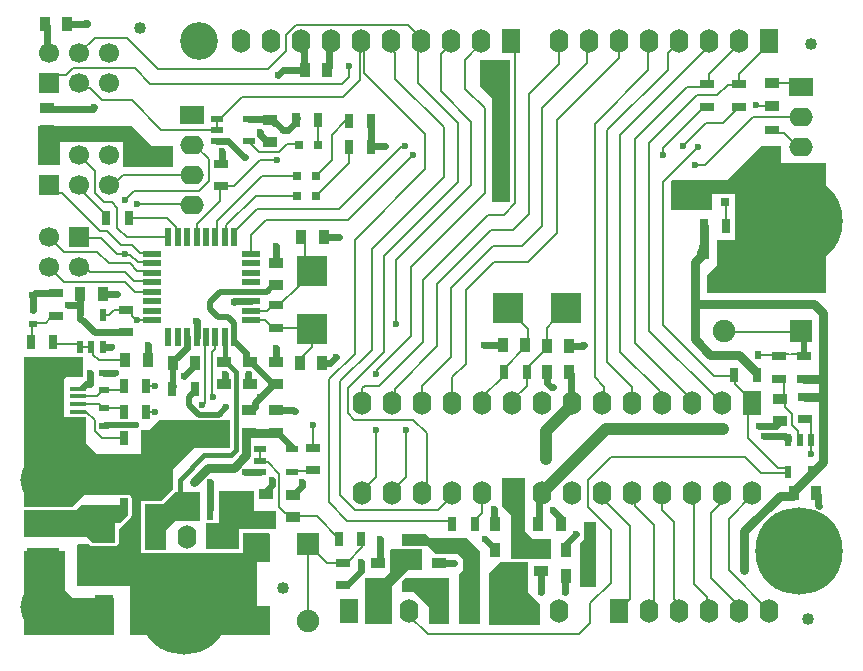
<source format=gtl>
G04*
G04 #@! TF.GenerationSoftware,Altium Limited,Altium Designer,20.1.10 (176)*
G04*
G04 Layer_Physical_Order=1*
G04 Layer_Color=255*
%FSLAX44Y44*%
%MOMM*%
G71*
G04*
G04 #@! TF.SameCoordinates,B75F8173-0FE2-46D9-B41C-7FCB152435E8*
G04*
G04*
G04 #@! TF.FilePolarity,Positive*
G04*
G01*
G75*
%ADD10C,0.2000*%
%ADD12C,0.5000*%
%ADD15R,0.6858X0.5588*%
%ADD16R,0.5588X0.6858*%
%ADD17R,1.3000X0.7000*%
%ADD18R,0.7000X1.3000*%
%ADD19R,1.3000X0.9000*%
%ADD20R,0.9000X1.3000*%
%ADD21R,0.6000X2.2000*%
%ADD22R,3.5000X2.2000*%
%ADD23R,2.5000X2.6000*%
%ADD24R,2.6000X2.5000*%
%ADD25R,1.0000X0.5500*%
%ADD26R,0.5500X1.0000*%
%ADD27R,1.6000X3.0000*%
%ADD28R,2.7000X2.0000*%
%ADD29R,0.8000X0.8000*%
%ADD30R,1.3500X0.4000*%
%ADD31R,1.9000X1.9000*%
%ADD32R,1.4000X1.6000*%
%ADD33R,1.5000X0.5500*%
%ADD34R,0.5500X1.5000*%
%ADD35R,0.9000X0.6000*%
%ADD63C,1.9000*%
%ADD64R,1.9000X1.9000*%
%ADD71C,1.0160*%
%ADD72C,0.6000*%
%ADD73C,0.8000*%
%ADD74C,1.0000*%
%ADD75C,0.4000*%
%ADD76C,3.2000*%
%ADD77C,4.0000*%
%ADD78O,1.6000X2.0000*%
%ADD79R,1.6000X2.0000*%
%ADD80C,7.4000*%
%ADD81C,1.7000*%
%ADD82R,1.7000X1.7000*%
%ADD83O,2.0000X1.6000*%
%ADD84R,2.0000X1.6000*%
G04:AMPARAMS|DCode=85|XSize=2mm|YSize=1.2mm|CornerRadius=0.36mm|HoleSize=0mm|Usage=FLASHONLY|Rotation=0.000|XOffset=0mm|YOffset=0mm|HoleType=Round|Shape=RoundedRectangle|*
%AMROUNDEDRECTD85*
21,1,2.0000,0.4800,0,0,0.0*
21,1,1.2800,1.2000,0,0,0.0*
1,1,0.7200,0.6400,-0.2400*
1,1,0.7200,-0.6400,-0.2400*
1,1,0.7200,-0.6400,0.2400*
1,1,0.7200,0.6400,0.2400*
%
%ADD85ROUNDEDRECTD85*%
%ADD86C,0.6000*%
G36*
X112000Y419000D02*
X130000D01*
Y402000D01*
X88000D01*
Y423000D01*
X76802D01*
X76200Y423079D01*
X75598Y423000D01*
X51402D01*
X50800Y423079D01*
X50198Y423000D01*
X34000D01*
Y403000D01*
X16000D01*
X16000Y436000D01*
X95000D01*
X112000Y419000D01*
D02*
G37*
G36*
X645000Y405000D02*
X683000D01*
Y295000D01*
X582000D01*
Y310000D01*
X591000Y319000D01*
Y340000D01*
X606000D01*
Y379000D01*
X586000D01*
Y365000D01*
X552000D01*
X552000Y389982D01*
X553018Y391000D01*
X600000Y391000D01*
X628000Y419000D01*
X645000D01*
Y405000D01*
D02*
G37*
G36*
X415000Y372000D02*
X400000D01*
Y460000D01*
X390000Y470000D01*
Y492000D01*
X415000D01*
Y372000D01*
D02*
G37*
G36*
X92000Y107000D02*
X85000Y100000D01*
X81000D01*
Y83500D01*
X61500D01*
X57000Y88000D01*
X4000D01*
Y111000D01*
X48000D01*
X52000Y115000D01*
X85000D01*
Y121000D01*
X92000D01*
Y107000D01*
D02*
G37*
G36*
X54000Y228091D02*
X53882Y227500D01*
Y224000D01*
X40000D01*
X38000Y222000D01*
Y191000D01*
X39000Y190000D01*
X39495D01*
Y189500D01*
X55677D01*
X56000Y189177D01*
Y168000D01*
X65000Y159000D01*
X103000D01*
Y179000D01*
X110000D01*
X118000Y187000D01*
X149270Y187000D01*
X149540Y186819D01*
X151686Y186392D01*
X169000D01*
X171146Y186819D01*
X171417Y187000D01*
X178500D01*
X178500Y164209D01*
X178290Y164000D01*
X148000Y164000D01*
X130000Y146000D01*
Y129000D01*
X120059Y119059D01*
X106750D01*
X106454Y119000D01*
X103000D01*
Y75000D01*
X105092D01*
X105580Y74674D01*
X106750Y74441D01*
X124500D01*
X125670Y74674D01*
X126158Y75000D01*
X140879D01*
X141600Y74905D01*
X142321Y75000D01*
X156716D01*
X156830Y74924D01*
X158000Y74691D01*
X186250D01*
X187421Y74924D01*
X187534Y75000D01*
X189000D01*
Y76466D01*
X189076Y76579D01*
X189309Y77750D01*
Y92000D01*
X211102D01*
X212000Y91102D01*
X212000Y67898D01*
X211102Y67000D01*
X201000Y67000D01*
Y30000D01*
X212000D01*
Y5000D01*
X94000D01*
Y47000D01*
X49000D01*
Y81000D01*
X49414Y82000D01*
X58674D01*
X59337Y81337D01*
X60329Y80674D01*
X61500Y80441D01*
X61500Y80441D01*
X81000D01*
X82170Y80674D01*
X83163Y81337D01*
X83826Y82330D01*
X84059Y83500D01*
Y95059D01*
X86181Y97181D01*
X87163Y97837D01*
X94163Y104837D01*
X94826Y105829D01*
X95059Y107000D01*
X95059Y107000D01*
Y121000D01*
X94826Y122170D01*
X94163Y123163D01*
X94000Y123272D01*
Y124000D01*
X92296D01*
X92000Y124059D01*
X88295D01*
X88000Y124117D01*
X87705Y124059D01*
X85000D01*
X84705Y124000D01*
X55000D01*
X45059Y114059D01*
X4000D01*
X4000Y241000D01*
X54000D01*
Y228091D01*
D02*
G37*
G36*
X198750Y110750D02*
X199000Y110500D01*
X217000D01*
Y95500D01*
X186250D01*
Y77750D01*
X158000D01*
X158000Y100000D01*
X169000D01*
X169000Y127000D01*
X169104Y127250D01*
X198750D01*
Y110750D01*
D02*
G37*
G36*
X152750Y101750D02*
X132000D01*
X124500Y94250D01*
Y77500D01*
X106750D01*
Y116000D01*
X121750D01*
X132000Y126250D01*
X152750D01*
Y101750D01*
D02*
G37*
G36*
X428000Y93000D02*
X434000Y87000D01*
X450000D01*
Y70000D01*
X416000D01*
Y107000D01*
X409000Y114000D01*
Y138000D01*
X428000D01*
Y93000D01*
D02*
G37*
G36*
X488000Y46000D02*
X475000D01*
Y83000D01*
X478000Y86000D01*
X478000D01*
Y101000D01*
X488000D01*
Y46000D01*
D02*
G37*
G36*
X364000Y15000D02*
X363750Y14750D01*
X346750D01*
Y29250D01*
X334250Y41750D01*
X324000D01*
Y51174D01*
X326326Y53500D01*
X364000D01*
Y15000D01*
D02*
G37*
G36*
X347250Y87250D02*
X378750D01*
X389750Y76250D01*
Y14500D01*
X372250D01*
Y57250D01*
X375750Y60750D01*
Y69500D01*
X371250Y74000D01*
X352750D01*
X345750Y81000D01*
X324250D01*
X323750Y81500D01*
Y90750D01*
X343750D01*
X347250Y87250D01*
D02*
G37*
G36*
X341000Y60750D02*
X329250Y60750D01*
X315250Y46750D01*
X315250Y14250D01*
X293000Y14250D01*
Y53500D01*
X309000Y53500D01*
X313500Y58000D01*
X313500Y76480D01*
X314667Y77750D01*
X341000D01*
Y60750D01*
D02*
G37*
G36*
X414829Y67174D02*
X416000Y66941D01*
X431000D01*
X431000Y42000D01*
X441000Y32000D01*
Y14000D01*
X398000D01*
Y58000D01*
X407500Y67500D01*
X414342D01*
X414829Y67174D01*
D02*
G37*
G36*
X38750Y43250D02*
X45000Y37000D01*
X79750D01*
Y6459D01*
X79000Y5500D01*
X4000D01*
Y76500D01*
X38750D01*
Y43250D01*
D02*
G37*
D10*
X99898Y272000D02*
X108000D01*
X165757Y247757D02*
Y253757D01*
X106000Y319000D02*
Y321250D01*
X106000Y321250D02*
X106000Y321250D01*
X165757Y253757D02*
X166000Y254000D01*
X94053Y327447D02*
X100250Y321250D01*
X157000Y202000D02*
Y257000D01*
X163000Y245000D02*
X165757Y247757D01*
X163000Y207250D02*
X163750Y206500D01*
X163000Y207250D02*
Y245000D01*
X89553Y327447D02*
X94053D01*
X100250Y321250D02*
X106000D01*
X157000Y257000D02*
X158000Y258000D01*
X89000Y328000D02*
X89553Y327447D01*
X155000Y200000D02*
X157000Y202000D01*
X251000Y394000D02*
X264500Y407500D01*
Y429000D02*
X275654Y440154D01*
X264500Y407500D02*
Y429000D01*
X278750Y404750D02*
Y415250D01*
X251000Y377000D02*
X278750Y404750D01*
X201250Y366000D02*
X271000D01*
X326176Y419176D02*
X326750Y419750D01*
X324176Y419176D02*
X326176D01*
X271000Y366000D02*
X324176Y419176D01*
X26250Y273500D02*
X26500D01*
X10587Y255586D02*
Y267894D01*
X11250Y268558D01*
X26500Y273500D02*
X27000Y274000D01*
X10000Y255000D02*
X10587Y255586D01*
X22394Y269645D02*
X26250Y273500D01*
X10375Y268558D02*
X11461Y269645D01*
X22394D01*
X410500Y361250D02*
X420000Y370750D01*
X416560Y508000D02*
X420000Y504560D01*
Y370750D02*
Y504560D01*
X117250Y484500D02*
X210750D01*
X226000Y499750D02*
Y513503D01*
X210750Y484500D02*
X226000Y499750D01*
Y513503D02*
X233997Y521500D01*
X428500Y251000D02*
X430500Y253000D01*
X413500Y281500D02*
X430500Y264500D01*
Y253000D02*
Y264500D01*
X428500Y249000D02*
Y251000D01*
X413500Y281500D02*
Y282000D01*
X508750Y428750D02*
X584200Y504200D01*
X508750Y245250D02*
X541963Y212037D01*
X508750Y245250D02*
Y428750D01*
X521000Y252780D02*
X569000Y204780D01*
X521000Y252780D02*
Y425000D01*
X565500Y469500D01*
X278000Y193000D02*
Y214750D01*
X308500Y245250D01*
Y326500D01*
X278000Y193000D02*
X283500Y187500D01*
X396500Y361250D02*
X410500D01*
X399500Y348000D02*
X418250D01*
X431750Y361500D01*
Y463500D01*
X401500Y334750D02*
X425250D01*
X442500Y352000D01*
Y451500D01*
X455500Y345500D02*
Y441750D01*
X401500Y321000D02*
X431000D01*
X455500Y345500D01*
X354000Y249750D02*
Y302500D01*
X315850Y201930D02*
X317854Y203934D01*
Y213604D01*
X354000Y249750D01*
Y302500D02*
X399500Y348000D01*
X341250Y216250D02*
X365750Y240750D01*
Y299500D02*
X401250Y335000D01*
X365750Y240750D02*
Y299500D01*
X377750Y297250D02*
X401500Y321000D01*
X366650Y223400D02*
X377750Y234500D01*
Y297250D01*
X341500Y306250D02*
X396500Y361250D01*
X341500Y253750D02*
Y306250D01*
X431750Y463500D02*
X457000Y488750D01*
X401250Y335000D02*
X401500Y334750D01*
X366650Y201930D02*
Y223400D01*
X341250Y201930D02*
Y216250D01*
X442500Y451500D02*
X481000Y490000D01*
X49245Y207500D02*
X65500D01*
X48750D02*
X49245D01*
X29750Y252000D02*
X50250D01*
X28500Y253250D02*
X29750Y252000D01*
X51500Y249000D02*
Y250750D01*
X50250Y252000D02*
X51500Y250750D01*
X89250Y313000D02*
X97000Y305250D01*
X50800Y316600D02*
X53479Y313921D01*
X58636D02*
X59557Y313000D01*
X53479Y313921D02*
X58636D01*
X59557Y313000D02*
X89250D01*
X97000Y305250D02*
X106000D01*
X35967Y379283D02*
X68250Y347000D01*
X74250D02*
X85750Y335500D01*
X68250Y347000D02*
X74250D01*
X85750Y335500D02*
X95250D01*
X25400Y386080D02*
X32197Y379283D01*
X35967D01*
X175250Y343250D02*
Y352250D01*
X200000Y377000D02*
X234000D01*
X175250Y352250D02*
X200000Y377000D01*
X182000Y342000D02*
Y346750D01*
X201250Y366000D01*
X174000Y342000D02*
X175250Y343250D01*
X308500Y326500D02*
X371250Y389250D01*
X495000Y205000D02*
Y215500D01*
X487000Y223500D02*
X495000Y215500D01*
X319000Y322787D02*
X382750Y386537D01*
X356921Y465900D02*
X382750Y440071D01*
Y386537D02*
Y440071D01*
X337250Y473000D02*
X371250Y439000D01*
Y389250D02*
Y439000D01*
X394000Y379750D02*
Y451250D01*
X331500Y317250D02*
X394000Y379750D01*
X377250Y468000D02*
X394000Y451250D01*
X292207Y216500D02*
X304250D01*
X341500Y253750D01*
X302824Y229574D02*
X331500Y258250D01*
Y317250D01*
X359500Y393000D02*
Y435250D01*
X318250Y476500D02*
Y497743D01*
Y476500D02*
X359500Y435250D01*
X298500Y332000D02*
X359500Y393000D01*
X455500Y441750D02*
X508000Y494250D01*
Y506000D01*
X481000Y490000D02*
Y510000D01*
X377250Y468000D02*
Y492250D01*
X391160Y506160D02*
Y508000D01*
X377250Y492250D02*
X391160Y506160D01*
X457000Y488750D02*
Y507000D01*
X314960Y508000D02*
X317447Y505513D01*
Y498545D02*
Y505513D01*
Y498545D02*
X318250Y497743D01*
X298500Y247000D02*
Y332000D01*
X271750Y220250D02*
X298500Y247000D01*
X262250Y117750D02*
X277750Y102250D01*
X262250Y221750D02*
X284000Y243500D01*
X262250Y117750D02*
Y221750D01*
X284000Y340000D02*
X343750Y399750D01*
X292000Y481000D02*
X343750Y429250D01*
Y399750D02*
Y429250D01*
X284000Y243500D02*
Y340000D01*
X364500Y102250D02*
X366500Y100250D01*
Y99000D02*
Y100250D01*
X277750Y102250D02*
X364500D01*
X271750Y123750D02*
X284500Y111000D01*
X354750D02*
X366650Y122900D01*
X284500Y111000D02*
X354750D01*
X271750Y123750D02*
Y220250D01*
X319000Y269250D02*
Y322787D01*
Y269250D02*
X319250Y269000D01*
X302824Y226824D02*
Y229574D01*
X302250Y226250D02*
X302824Y226824D01*
X337250Y473000D02*
Y497743D01*
X356921Y465900D02*
Y497161D01*
X337873Y506873D02*
X339000Y508000D01*
X337873Y498365D02*
Y506873D01*
X337250Y497743D02*
X337873Y498365D01*
X292000Y481000D02*
Y507000D01*
X290000Y509000D02*
X292000Y507000D01*
X493650Y201930D02*
Y204000D01*
X494000D02*
X495000Y205000D01*
X487000Y223500D02*
Y438000D01*
X519050Y201930D02*
Y214950D01*
X497750Y236250D02*
Y432750D01*
Y236250D02*
X519050Y214950D01*
X541963Y204417D02*
X544450Y201930D01*
X541963Y204417D02*
Y212037D01*
X533000Y263000D02*
Y422000D01*
X592000Y203000D02*
Y204000D01*
X533000Y263000D02*
X592000Y204000D01*
X568621Y203159D02*
Y204000D01*
X569000D02*
Y204780D01*
X532643Y483643D02*
Y507357D01*
X487000Y438000D02*
X532643Y483643D01*
X549000Y484000D02*
Y498200D01*
X497750Y432750D02*
X549000Y484000D01*
X584200Y504200D02*
Y508000D01*
X565500Y469500D02*
X582000D01*
X544750Y412000D02*
Y417750D01*
X577000Y450000D01*
X579000Y452500D02*
X582000D01*
X577000Y450500D02*
X579000Y452500D01*
X577000Y450000D02*
Y450500D01*
X549000Y498200D02*
X558800Y508000D01*
X568621Y203159D02*
X569850Y201930D01*
X545000Y268000D02*
Y388750D01*
X588250Y224750D02*
X603250D01*
X545000Y268000D02*
X588250Y224750D01*
X545000Y388750D02*
X574500Y418250D01*
X533000Y422000D02*
X573500Y462500D01*
X591000D01*
X582000Y469500D02*
X582500Y470000D01*
X544450Y110800D02*
X554250Y101000D01*
Y35468D02*
X558800Y30918D01*
X554250Y35468D02*
Y101000D01*
X558800Y25400D02*
Y30918D01*
X569850Y125730D02*
X570750Y124830D01*
Y48750D02*
Y124830D01*
Y48750D02*
X582311Y37189D01*
X585750Y53750D02*
X609600Y29900D01*
X585750Y109000D02*
X592763Y116013D01*
X585750Y53750D02*
Y109000D01*
X609600Y25400D02*
Y29900D01*
X635000Y25400D02*
Y25750D01*
X600500Y60250D02*
Y103580D01*
Y60250D02*
X635000Y25750D01*
X600500Y103580D02*
X620650Y123730D01*
X333500Y187500D02*
X345000Y176000D01*
X283500Y187500D02*
X333500D01*
X345000Y134998D02*
Y176000D01*
X341250Y125730D02*
Y131248D01*
X345000Y134998D01*
X203500Y161500D02*
X203549Y161549D01*
X203500Y153000D02*
Y161500D01*
X203549Y161549D02*
Y162187D01*
X366650Y122900D02*
Y125730D01*
X604250Y225750D02*
X605250D01*
X603250Y224750D02*
X604250Y225750D01*
X598250Y352250D02*
X598500Y352000D01*
X597000Y372000D02*
X598250Y370750D01*
Y352250D02*
Y370750D01*
X595587Y262000D02*
X660750D01*
X653000Y243000D02*
X660750D01*
X646000D02*
X652000D01*
X624037Y242750D02*
X644750D01*
X670000Y159997D02*
X671277Y158720D01*
X670000Y159997D02*
Y170750D01*
Y172750D02*
Y185250D01*
X668000Y187250D02*
X670000Y185250D01*
X654500Y183050D02*
X659250Y178300D01*
X654500Y183050D02*
Y192500D01*
X646029Y205028D02*
X648557Y202500D01*
Y198443D02*
X654500Y192500D01*
X645557Y205500D02*
X646029Y205028D01*
X659250Y174250D02*
Y178300D01*
X648557Y198443D02*
Y202500D01*
X644250Y205500D02*
X645557D01*
X642750Y222500D02*
X645000D01*
X647000Y220500D01*
Y206000D02*
Y220500D01*
X606265Y217750D02*
Y224735D01*
X614150Y210430D02*
X620750Y203830D01*
X606265Y217750D02*
X613585Y210430D01*
X614150D01*
X620750Y202750D02*
Y203830D01*
X660000Y167500D02*
X660500Y168000D01*
Y170750D01*
X659250Y174250D02*
X659500Y174000D01*
X483500Y32250D02*
X501000Y49750D01*
X474000Y6000D02*
X483500Y15500D01*
Y32250D01*
X501000Y49750D02*
Y94000D01*
X481500Y113500D02*
X501000Y94000D01*
X346000Y6000D02*
X474000D01*
X493650Y121100D02*
X516750Y98000D01*
X508000Y25000D02*
Y27400D01*
X514500Y33900D01*
X514993D01*
X516750Y35657D01*
Y98000D01*
X544450Y110800D02*
Y125730D01*
X537000Y34518D02*
Y98750D01*
X521374Y114376D02*
Y123406D01*
Y114376D02*
X537000Y98750D01*
X519050Y125730D02*
X521374Y123406D01*
X582311Y27289D02*
X584200Y25400D01*
X582311Y27289D02*
Y37189D01*
X592763Y123243D02*
X595250Y125730D01*
X592763Y116013D02*
Y123243D01*
X620650Y123730D02*
Y125730D01*
X493650Y121100D02*
Y125730D01*
X533400Y25400D02*
Y30918D01*
X537000Y34518D01*
X617250Y172250D02*
X642500Y147000D01*
X652250D01*
X652500Y142250D02*
X652750Y142000D01*
X628000Y142250D02*
X652500D01*
X500500Y155750D02*
X614500D01*
X628000Y142250D01*
X481500Y113500D02*
Y136750D01*
X500500Y155750D01*
X70000Y458000D02*
X95000D01*
X120000Y433000D02*
X167500D01*
X95000Y458000D02*
X120000Y433000D01*
X167500Y434250D02*
Y442500D01*
Y433000D02*
Y434250D01*
X37650Y329750D02*
X66000D01*
X75750Y320000D02*
X93250D01*
X66000Y329750D02*
X75750Y320000D01*
X70500Y276000D02*
X76000D01*
X89750Y280250D02*
X90000Y280500D01*
X76000Y276000D02*
X80250Y280250D01*
X89750D01*
X111318Y328682D02*
X112000Y328000D01*
X102068Y328682D02*
X111318D01*
X95250Y335500D02*
X102068Y328682D01*
X82250Y328000D02*
X89000D01*
X93250Y320000D02*
X100000Y313250D01*
X106000D01*
X37500Y304500D02*
X89500D01*
X98000Y296000D02*
X107000D01*
X89500Y304500D02*
X98000Y296000D01*
X25400Y316600D02*
X37500Y304500D01*
X25400Y342000D02*
X37650Y329750D01*
X51600Y341200D02*
X69050D01*
X82250Y328000D01*
X83000Y349750D02*
Y367000D01*
X90750Y342000D02*
X126000D01*
X83000Y349750D02*
X90750Y342000D01*
X78250Y371750D02*
X83000Y367000D01*
X64000Y379750D02*
X72000Y371750D01*
X78250D01*
X64000Y379750D02*
Y398280D01*
X50800Y411480D02*
X64000Y398280D01*
X196000Y344000D02*
X208500Y356500D01*
X278000D02*
X333000Y411500D01*
X208500Y356500D02*
X278000D01*
X97250Y381500D02*
X152000D01*
X160250Y389750D01*
Y408350D01*
X148000Y420600D02*
X160250Y408350D01*
X76200Y386080D02*
X79330D01*
X87750Y394500D02*
X145300D01*
X79330Y386080D02*
X87750Y394500D01*
X145300D02*
X146000Y395200D01*
X89000Y374000D02*
X89750D01*
X97250Y381500D01*
X219450Y414000D02*
X226200Y420750D01*
X195000Y422000D02*
X203000Y414000D01*
X219450D01*
X150432Y342432D02*
Y352932D01*
X170000Y372500D01*
X169000Y384500D02*
Y385500D01*
Y384500D02*
X170000Y383500D01*
X170500Y385500D02*
X181750D01*
X170000Y372500D02*
Y383500D01*
X150000Y342000D02*
X150432Y342432D01*
X203500Y407250D02*
X218000D01*
X181750Y385500D02*
X203500Y407250D01*
X167250Y346250D02*
Y356250D01*
X205000Y394000D02*
X235000D01*
X167250Y356250D02*
X205000Y394000D01*
X196000Y328000D02*
Y344000D01*
X333000Y411500D02*
Y411750D01*
X50800Y472440D02*
X54588D01*
X58401Y468628D01*
X59372D01*
X70000Y458000D01*
X45000Y485000D02*
X97750D01*
X25400Y472440D02*
X32400Y479440D01*
X39440D01*
X45000Y485000D01*
X288000Y475000D02*
Y504000D01*
X188250Y461000D02*
X274000D01*
X288000Y475000D01*
X279000Y478000D02*
Y486750D01*
X110750Y472000D02*
X273000D01*
X279000Y478000D01*
X90750Y511000D02*
X117250Y484500D01*
X97750Y485000D02*
X110750Y472000D01*
X288000Y504000D02*
X289000Y505000D01*
X63960Y511000D02*
X90750D01*
X50800Y497840D02*
X63960Y511000D01*
X617250Y172250D02*
Y198530D01*
X620650Y201930D01*
X580500Y403000D02*
X621100Y443600D01*
X572000Y403000D02*
X580500D01*
X608757Y471257D02*
X609000Y471500D01*
X591000Y462500D02*
X599757Y471257D01*
X608757D01*
X595750Y439250D02*
X609000Y452500D01*
X561750Y419500D02*
X581500Y439250D01*
X595750D01*
X621100Y443600D02*
X662000D01*
X210250Y151750D02*
X220000Y142000D01*
Y113500D02*
Y142000D01*
Y113500D02*
X225250Y108250D01*
X227235D01*
X228743Y106743D01*
X232000Y105250D02*
X232500Y105750D01*
X252250D01*
X271000Y87000D01*
X88000Y237000D02*
Y237500D01*
X61000Y249000D02*
X62250Y247750D01*
Y242757D02*
X67007Y238000D01*
X62250Y242757D02*
Y247750D01*
X87500Y238000D02*
X88000Y237500D01*
X67007Y238000D02*
X87500D01*
X63748Y178303D02*
X70050Y172000D01*
X63748Y178303D02*
Y187197D01*
X70050Y172000D02*
X88500D01*
X252500Y420500D02*
X252500Y420500D01*
X252500Y441000D02*
X252500Y441000D01*
X252500Y420500D02*
Y441000D01*
X236250Y420750D02*
X236500Y420500D01*
X226200Y420750D02*
X236250D01*
X100000Y370000D02*
X145800D01*
X146000Y369800D01*
Y420600D02*
X148000D01*
X99324Y272574D02*
X99898Y272000D01*
X93000Y280500D02*
X95000Y278500D01*
Y275500D02*
Y278500D01*
Y275500D02*
X97926Y272574D01*
X99324D01*
X55945Y195000D02*
X63748Y187197D01*
X55000Y195000D02*
X55945D01*
X248250Y163750D02*
Y183250D01*
X230500Y143500D02*
X231000Y144000D01*
X250000D01*
X251000Y143000D01*
X203500Y153000D02*
X204750Y151750D01*
X210250D01*
X290000Y79500D02*
Y84000D01*
X274000Y66500D02*
X277000D01*
X290000Y79500D01*
X244500Y82500D02*
X260500Y66500D01*
X272500D01*
X273000Y66000D01*
X244500Y17500D02*
Y82500D01*
Y16500D02*
Y17500D01*
X244000Y16000D02*
X244500Y16500D01*
X392050Y108550D02*
Y125730D01*
X386000Y102500D02*
X392050Y108550D01*
X386000Y102000D02*
Y102500D01*
X107500Y194000D02*
X115000D01*
X107500Y216000D02*
X115000D01*
X86500Y197500D02*
X87000Y197000D01*
X72000Y197500D02*
X86500D01*
X87000Y193000D02*
Y197000D01*
X72000Y212500D02*
X87500D01*
X88000Y213000D01*
X65500Y207500D02*
X70000Y212000D01*
X71000D01*
X49245Y201000D02*
X67000D01*
X70000Y198000D01*
X51500Y249000D02*
X61000D01*
X237000Y235000D02*
Y238000D01*
X248000Y249000D01*
Y264500D01*
X217000Y265500D02*
X240500D01*
X241000Y265000D01*
X196000Y272000D02*
X208000D01*
X212000Y268000D01*
Y267500D02*
Y268000D01*
Y267500D02*
X212500Y267000D01*
X213000D01*
X196000Y280000D02*
X209500D01*
X212000Y282500D01*
Y283000D01*
X217000Y284500D02*
X220000D01*
X236500Y301000D01*
Y302500D01*
X240000Y306000D01*
X243000D01*
X242000Y324000D02*
X249000D01*
X238500Y342000D02*
X241500Y339000D01*
Y324500D02*
Y339000D01*
Y324500D02*
X242000Y324000D01*
X166000Y345000D02*
X167250Y346250D01*
X106000Y304000D02*
Y305250D01*
X106000Y305250D02*
X106000Y305250D01*
Y312000D02*
Y313250D01*
X106000Y313250D02*
X106000Y313250D01*
X50800Y342000D02*
X51600Y341200D01*
X73500Y358000D02*
Y361000D01*
X50000Y384500D02*
X73500Y361000D01*
X50000Y384500D02*
Y385000D01*
X133750Y347000D02*
X134000D01*
X92500Y358000D02*
X125200D01*
X132750Y350450D01*
Y348000D02*
Y350450D01*
Y348000D02*
X133750Y347000D01*
X167500Y442500D02*
X169750D01*
X188250Y461000D01*
X233997Y521500D02*
X328860D01*
X337360Y513000D01*
X339000D01*
X446500Y250000D02*
Y265500D01*
X452000Y271000D01*
X455000D01*
X446500Y248000D02*
Y250000D01*
X429000Y230500D02*
X446500Y248000D01*
X429000Y230000D02*
Y230500D01*
X417450Y201930D02*
Y203930D01*
X429500Y215980D01*
Y226500D01*
X429000Y227000D02*
X429500Y226500D01*
X410000Y224500D02*
Y230500D01*
X428500Y249000D01*
X392050Y201930D02*
Y206550D01*
X410000Y224500D01*
X637000Y432500D02*
X639000Y430500D01*
X647500D01*
X660000Y418000D01*
Y418000D02*
Y418000D01*
X637000Y472500D02*
X657500D01*
X660000Y470000D01*
X330200Y21800D02*
X346000Y6000D01*
X330200Y21800D02*
Y25400D01*
X356921Y497161D02*
X365760Y506000D01*
X624000Y454000D02*
X624500Y453500D01*
X637000D01*
X316000Y126000D02*
Y127880D01*
X327000Y138880D01*
Y179000D01*
X365760Y506000D02*
Y508000D01*
X302000Y139000D02*
Y179000D01*
X290000Y127000D02*
Y127000D01*
X302000Y139000D01*
X290450Y214743D02*
X292207Y216500D01*
X290450Y201930D02*
Y214743D01*
X609000Y471500D02*
Y480000D01*
X635000Y506000D01*
X584000Y471500D02*
Y480400D01*
X607500Y503900D01*
Y507500D01*
D12*
X161250Y287500D02*
X169750Y296000D01*
X161250Y281000D02*
Y287500D01*
Y281000D02*
X168000Y274250D01*
X177000D02*
X181750Y269500D01*
Y264860D02*
Y269500D01*
X169750Y296000D02*
X196000D01*
X168000Y274250D02*
X177000D01*
X72000Y182500D02*
X72500Y183000D01*
X98541D01*
X664000Y241500D02*
Y261250D01*
X660750Y262500D02*
Y262500D01*
X662750D02*
X664000Y261250D01*
X661750Y241500D02*
X664000D01*
X660750Y242500D02*
X661750Y241500D01*
X196000Y296000D02*
X209500D01*
X151686Y192000D02*
X169000D01*
X148500Y211000D02*
Y214000D01*
X143500Y200186D02*
X151686Y192000D01*
X148000Y210500D02*
X148500Y211000D01*
X147015Y210500D02*
X148000D01*
X143500Y206985D02*
X147015Y210500D01*
X143500Y200186D02*
Y206985D01*
X129750Y216000D02*
Y235750D01*
X215000Y301500D02*
X217000D01*
X209500Y296000D02*
X215000Y301500D01*
X169000Y192000D02*
X175000Y198000D01*
X219250Y176750D02*
X230250Y165750D01*
D15*
X11250Y268558D02*
D03*
Y292942D02*
D03*
D16*
X601366Y242750D02*
D03*
X625750D02*
D03*
D17*
X170500Y385500D02*
D03*
Y404500D02*
D03*
X90000Y261500D02*
D03*
Y280500D02*
D03*
X217000Y265500D02*
D03*
Y284500D02*
D03*
X609000Y471500D02*
D03*
Y452500D02*
D03*
X582000D02*
D03*
Y471500D02*
D03*
X637000Y432500D02*
D03*
Y413500D02*
D03*
X665500Y207250D02*
D03*
Y188250D02*
D03*
X31250Y275500D02*
D03*
Y294500D02*
D03*
X664000Y222500D02*
D03*
Y241500D02*
D03*
X274000Y66500D02*
D03*
Y47500D02*
D03*
X248250Y163750D02*
D03*
Y144750D02*
D03*
X642750Y222500D02*
D03*
Y241500D02*
D03*
X332000Y85500D02*
D03*
Y66500D02*
D03*
Y46500D02*
D03*
Y65500D02*
D03*
D18*
X297750Y440500D02*
D03*
X278750D02*
D03*
X279000Y418500D02*
D03*
X298000D02*
D03*
X92500Y358000D02*
D03*
X73500D02*
D03*
X107500Y216000D02*
D03*
X88500D02*
D03*
Y194000D02*
D03*
X107500D02*
D03*
Y172000D02*
D03*
X88500D02*
D03*
X385500Y99000D02*
D03*
X366500D02*
D03*
X624250Y225750D02*
D03*
X605250D02*
D03*
X253000Y441000D02*
D03*
X234000D02*
D03*
X410500Y228000D02*
D03*
X429500D02*
D03*
X598500Y352000D02*
D03*
X579500D02*
D03*
X9500Y253250D02*
D03*
X28500D02*
D03*
X289500Y87000D02*
D03*
X270500D02*
D03*
X148500Y214000D02*
D03*
X129500D02*
D03*
D19*
X114000Y129500D02*
D03*
Y110500D02*
D03*
X209000Y125000D02*
D03*
Y106000D02*
D03*
X217000Y236500D02*
D03*
Y217500D02*
D03*
Y320500D02*
D03*
Y301500D02*
D03*
X173000Y217500D02*
D03*
Y236500D02*
D03*
X23000Y451500D02*
D03*
Y432500D02*
D03*
X637000Y453500D02*
D03*
Y472500D02*
D03*
X304000Y66500D02*
D03*
Y47500D02*
D03*
X355000Y66500D02*
D03*
Y47500D02*
D03*
X212000Y441500D02*
D03*
Y422500D02*
D03*
X217250Y195750D02*
D03*
Y176750D02*
D03*
X644250Y186500D02*
D03*
Y205500D02*
D03*
X232000Y124250D02*
D03*
Y105250D02*
D03*
X442000Y59500D02*
D03*
Y78500D02*
D03*
X195000Y217500D02*
D03*
Y236500D02*
D03*
X194750Y176750D02*
D03*
Y195750D02*
D03*
D20*
X462500Y77000D02*
D03*
X481500D02*
D03*
X260500Y484000D02*
D03*
X241500D02*
D03*
X402500Y77000D02*
D03*
X421500D02*
D03*
X598500Y330000D02*
D03*
X579500D02*
D03*
X149000Y236000D02*
D03*
X130000D02*
D03*
X257500Y342000D02*
D03*
X238500D02*
D03*
X256500Y236000D02*
D03*
X237500D02*
D03*
X403500Y50000D02*
D03*
X384500D02*
D03*
X40500Y523000D02*
D03*
X21500D02*
D03*
X446500Y228000D02*
D03*
X465500D02*
D03*
X402500Y99000D02*
D03*
X421500D02*
D03*
X458500D02*
D03*
X439500D02*
D03*
X409500Y251000D02*
D03*
X428500D02*
D03*
X465500Y250000D02*
D03*
X446500D02*
D03*
X674750Y125500D02*
D03*
X655750D02*
D03*
X70500Y294000D02*
D03*
X51500D02*
D03*
X108500Y238000D02*
D03*
X89500D02*
D03*
X462500Y55000D02*
D03*
X481500D02*
D03*
D21*
X135600Y114000D02*
D03*
X148300D02*
D03*
X161000D02*
D03*
X173700D02*
D03*
X186400D02*
D03*
D22*
X161000Y176000D02*
D03*
D23*
X462500Y282000D02*
D03*
X413500D02*
D03*
D24*
X248000Y264500D02*
D03*
Y313500D02*
D03*
D25*
X167500Y442500D02*
D03*
Y433000D02*
D03*
Y423500D02*
D03*
X194500Y442500D02*
D03*
Y423500D02*
D03*
X203500Y162500D02*
D03*
Y153000D02*
D03*
Y143500D02*
D03*
X230500Y162500D02*
D03*
Y143500D02*
D03*
D26*
X51500Y249000D02*
D03*
X61000D02*
D03*
X70500D02*
D03*
X51500Y276000D02*
D03*
X70500D02*
D03*
X670000Y170750D02*
D03*
X660500D02*
D03*
X651000D02*
D03*
X670000Y143750D02*
D03*
X651000D02*
D03*
D27*
X72000Y140500D02*
D03*
Y99500D02*
D03*
Y65500D02*
D03*
Y24500D02*
D03*
D28*
X20000Y69000D02*
D03*
Y101000D02*
D03*
D29*
X597000Y372000D02*
D03*
X581000D02*
D03*
X252500Y420500D02*
D03*
X236500D02*
D03*
X251000Y394000D02*
D03*
X235000D02*
D03*
X251000Y377000D02*
D03*
X235000D02*
D03*
D30*
X49245Y201000D02*
D03*
Y188000D02*
D03*
Y194500D02*
D03*
Y207500D02*
D03*
Y214000D02*
D03*
D31*
X22495Y213000D02*
D03*
Y189000D02*
D03*
X244500Y82500D02*
D03*
D32*
X46995Y169000D02*
D03*
Y233000D02*
D03*
D33*
X196000Y272000D02*
D03*
Y280000D02*
D03*
Y288000D02*
D03*
Y296000D02*
D03*
Y304000D02*
D03*
Y312000D02*
D03*
Y320000D02*
D03*
Y328000D02*
D03*
X112000D02*
D03*
Y320000D02*
D03*
Y312000D02*
D03*
Y304000D02*
D03*
Y296000D02*
D03*
Y288000D02*
D03*
Y280000D02*
D03*
Y272000D02*
D03*
D34*
X182000Y342000D02*
D03*
X174000D02*
D03*
X166000D02*
D03*
X158000D02*
D03*
X150000D02*
D03*
X142000D02*
D03*
X134000D02*
D03*
X126000D02*
D03*
Y258000D02*
D03*
X134000D02*
D03*
X142000D02*
D03*
X150000D02*
D03*
X158000D02*
D03*
X166000D02*
D03*
X174000D02*
D03*
X182000D02*
D03*
D35*
X72000Y227500D02*
D03*
Y212500D02*
D03*
Y182500D02*
D03*
Y197500D02*
D03*
D63*
X661750Y307500D02*
D03*
X596750Y262500D02*
D03*
Y307500D02*
D03*
X199500Y82500D02*
D03*
X244500Y17500D02*
D03*
X199500D02*
D03*
D64*
X661750Y262500D02*
D03*
D71*
X102000Y519000D02*
D03*
X668000Y19000D02*
D03*
X223000Y45000D02*
D03*
X670000Y506000D02*
D03*
D72*
X23000Y451500D02*
X23500Y451000D01*
X62000D02*
X63000Y452000D01*
X23500Y451000D02*
X62000D01*
X181500Y287500D02*
X181750Y287750D01*
X149750Y271500D02*
X150000Y271250D01*
Y258000D02*
Y271250D01*
X181750Y287750D02*
X195750D01*
X196000Y288000D01*
X297750Y419250D02*
Y440500D01*
Y419250D02*
X298000Y419000D01*
X298500Y419500D01*
X299000Y419000D01*
X309500D01*
X11250Y280750D02*
Y292942D01*
X11473D01*
X13531Y295000D01*
X30000D01*
X161000Y112000D02*
Y134500D01*
X56250Y218000D02*
X60000D01*
X53664Y215414D02*
X56250Y218000D01*
X191000Y143500D02*
X203500D01*
X51000Y273000D02*
X52250D01*
X212500Y442000D02*
X215500Y439000D01*
X210000Y442000D02*
X210750Y442750D01*
X233500Y441500D02*
X234750Y442750D01*
X647500Y174000D02*
X651000Y170500D01*
X647500Y174000D02*
X648000D01*
X630750D02*
X647500D01*
X649250Y172750D02*
X650750D01*
X648000Y174000D02*
X649250Y172750D01*
X674750Y125500D02*
X676250Y124000D01*
Y115250D02*
Y124000D01*
Y115250D02*
X676750Y114750D01*
X442850Y121024D02*
Y125850D01*
X440000Y118174D02*
X442850Y121024D01*
X440000Y101500D02*
Y118174D01*
X214750Y217250D02*
Y217500D01*
X355000Y66500D02*
X368000D01*
X368000Y66500D01*
X289000Y59500D02*
Y67500D01*
X277000Y47500D02*
X289000Y59500D01*
X223000Y484000D02*
X241500D01*
X218750Y479750D02*
X223000Y484000D01*
X129750Y235750D02*
X130000Y236000D01*
X129000Y215250D02*
X129750Y216000D01*
X141750Y257750D02*
X142000Y258000D01*
X141750Y248429D02*
Y257750D01*
X132821Y239500D02*
X141750Y248429D01*
X182750Y253000D02*
X191500Y244250D01*
Y238000D02*
Y244250D01*
Y238000D02*
X193000Y236500D01*
X195000D01*
X193500Y219000D02*
Y226000D01*
Y219000D02*
X195000Y217500D01*
X173000D02*
X173750Y218250D01*
Y226000D01*
X180250Y147000D02*
X181500D01*
X217250Y176750D02*
X219250D01*
X230250Y163500D02*
Y165750D01*
X640250Y182250D02*
X643250Y185250D01*
X626000Y182250D02*
X640250D01*
X227250Y432500D02*
X233500Y438750D01*
X216500Y440000D02*
X223250Y433250D01*
Y432500D02*
X227250D01*
X223250D02*
Y433250D01*
X204000Y428750D02*
X210250Y422500D01*
X204000Y428750D02*
Y431000D01*
X190000Y410000D02*
X191000D01*
X176500Y423500D02*
X190000Y410000D01*
X304000Y66500D02*
X305000Y67500D01*
Y87000D01*
X232000Y124250D02*
X239000Y131250D01*
Y135000D01*
X215500Y439000D02*
X216500Y440000D01*
X213500Y132000D02*
Y136500D01*
X208500Y127000D02*
X213500Y132000D01*
X208500Y127000D02*
X209500Y126000D01*
X241250Y484250D02*
X241500Y484000D01*
X238760Y508000D02*
X241056Y505704D01*
Y497851D02*
Y505704D01*
Y497851D02*
X241250Y497657D01*
Y484250D02*
Y497657D01*
X643250Y185250D02*
X643500Y185000D01*
X262330Y504580D02*
X265750Y508000D01*
X402250Y99250D02*
Y112250D01*
Y99250D02*
X402500Y99000D01*
X139750Y224750D02*
X149000Y234000D01*
X139750Y224500D02*
Y224750D01*
X450000Y215000D02*
X451750D01*
X446500Y218500D02*
X450000Y215000D01*
X446500Y218500D02*
Y228000D01*
X477250Y250000D02*
X478000Y250750D01*
X465500Y250000D02*
X477250D01*
X393250Y251000D02*
X409500D01*
X70500Y294000D02*
X82250D01*
X108500Y250500D02*
X108500Y250500D01*
X108500Y238000D02*
Y250500D01*
X149000Y234000D02*
Y236000D01*
X212500Y215000D02*
X214750Y217250D01*
X204000Y207000D02*
X204250D01*
X197967Y196967D02*
X199250Y198250D01*
X212250Y215000D02*
X212500D01*
X199250Y198250D02*
Y202000D01*
X204250Y207000D02*
X212250Y215000D01*
X199250Y202000D02*
X204000Y206750D01*
Y207000D01*
X214750Y217500D02*
X217000D01*
X217250Y195750D02*
X231709D01*
X232709Y194750D01*
X233250D01*
X263000Y236000D02*
X268000Y241000D01*
X256500Y236000D02*
X263000D01*
X217000Y236500D02*
Y248750D01*
Y320500D02*
Y335000D01*
X270750Y342000D02*
X271000Y342250D01*
X257500Y342000D02*
X270750D01*
X260500Y484000D02*
X262330Y485830D01*
Y504580D01*
X210250Y422500D02*
X212000D01*
X167500Y423500D02*
X176500D01*
X57251Y523000D02*
X57446Y523195D01*
X40500Y523000D02*
X57251D01*
X643500Y185000D02*
X645000Y186500D01*
X452000Y110750D02*
Y111500D01*
Y110750D02*
X458500Y104250D01*
Y99000D02*
Y104250D01*
X462500Y82232D02*
X471363Y91095D01*
X462500Y77000D02*
Y82232D01*
X394500Y86500D02*
X402500Y78500D01*
Y77000D02*
Y78500D01*
X209000Y125500D02*
X209500Y126000D01*
X70500Y249000D02*
X71000Y249500D01*
X77250D01*
X72000Y227500D02*
X80163D01*
X52250Y273000D02*
X63750Y261500D01*
X90000D01*
X60000Y218000D02*
Y227500D01*
X21500Y523000D02*
X23450Y521050D01*
Y499050D02*
Y521050D01*
Y499050D02*
X25000Y497500D01*
X212000Y441500D02*
X212500Y442000D01*
X194500Y442500D02*
X195000Y442000D01*
X210000D01*
X170500Y404500D02*
X171750Y405750D01*
Y414500D01*
X50750Y284750D02*
X51500Y284000D01*
X41000Y284750D02*
X50750D01*
X51500Y284000D02*
Y294000D01*
Y277500D02*
Y284000D01*
X51000Y277000D02*
X51500Y277500D01*
X274000Y47500D02*
X277000D01*
X442000Y42000D02*
Y59500D01*
X462250Y54750D02*
X462500Y55000D01*
X462250Y42250D02*
Y54750D01*
X462000Y42000D02*
X462250Y42250D01*
X468250Y199930D02*
Y201930D01*
X465500Y228000D02*
X466875Y226625D01*
Y204125D02*
Y226625D01*
Y204125D02*
X468000Y203000D01*
X213000Y218000D02*
Y219500D01*
X197500Y235000D02*
X213000Y219500D01*
X355600Y25400D02*
Y46000D01*
X332000Y46500D02*
X332500Y47000D01*
X352000D01*
X353000Y46000D01*
X355600Y25400D02*
X356000Y25000D01*
X21000Y29000D02*
X70000D01*
X71000Y28000D01*
X20000Y69000D02*
X21000Y68000D01*
Y29000D02*
Y68000D01*
D73*
X613750Y60399D02*
Y93000D01*
X643750Y123000D01*
X655750Y127500D02*
X680000Y151750D01*
Y278250D01*
X655750Y123500D02*
Y125500D01*
X655250Y123000D02*
X655750Y123500D01*
X643750Y123000D02*
X655250D01*
X571750Y285750D02*
X672500D01*
X571750Y255750D02*
Y285750D01*
Y321000D01*
X672500Y285750D02*
X680000Y278250D01*
X679250Y222500D02*
X679750Y223000D01*
X664000Y222500D02*
X679250D01*
X571750Y255750D02*
X584750Y242750D01*
X601366D01*
X609250D01*
X623750Y228250D01*
X623750D01*
X665500Y207250D02*
X679500D01*
X579500Y330000D02*
X579500Y330000D01*
X579500Y352000D02*
X579500Y352000D01*
Y330000D02*
Y352000D01*
X571750Y321000D02*
X579000Y328250D01*
X181500Y147000D02*
X192250Y157750D01*
X192750Y176750D02*
X194750D01*
X192250Y176250D02*
X192750Y176750D01*
X192250Y157750D02*
Y176250D01*
X148250Y134750D02*
X160000Y146500D01*
X148000Y134500D02*
X148250Y134750D01*
X160000Y146500D02*
X179750D01*
X195000Y176750D02*
X213750D01*
D74*
X579000Y328250D02*
Y328500D01*
X446000Y177680D02*
X468250Y199930D01*
X446000Y154000D02*
Y177680D01*
X442850Y125850D02*
X497000Y180000D01*
X595500D01*
X442850Y125730D02*
Y125850D01*
D75*
X174000Y238000D02*
X174500Y237500D01*
X174000Y238000D02*
Y258000D01*
X179000Y157500D02*
X183750Y162250D01*
Y227750D01*
X176250Y235000D02*
X176500D01*
X183750Y227750D01*
X156500Y157500D02*
X179000D01*
X135600Y136600D02*
X156500Y157500D01*
X135600Y114000D02*
Y136600D01*
D76*
X152400Y508000D02*
D03*
D77*
X21000Y29000D02*
D03*
Y137000D02*
D03*
D78*
X187960Y508000D02*
D03*
X213360D02*
D03*
X238760D02*
D03*
X264160D02*
D03*
X289560D02*
D03*
X314960D02*
D03*
X340360D02*
D03*
X365760D02*
D03*
X391160D02*
D03*
X304800Y25400D02*
D03*
X330200D02*
D03*
X355600D02*
D03*
X381000D02*
D03*
X406400D02*
D03*
X431800D02*
D03*
X457200D02*
D03*
X609600Y508000D02*
D03*
X584200D02*
D03*
X558800D02*
D03*
X533400D02*
D03*
X508000D02*
D03*
X482600D02*
D03*
X457200D02*
D03*
X533400Y25400D02*
D03*
X558800D02*
D03*
X584200D02*
D03*
X609600D02*
D03*
X635000D02*
D03*
X141600Y88000D02*
D03*
X167000D02*
D03*
X290450Y125730D02*
D03*
X315850D02*
D03*
X341250D02*
D03*
X366650D02*
D03*
X392050D02*
D03*
X417450D02*
D03*
X442850D02*
D03*
X468250D02*
D03*
X493650D02*
D03*
X519050D02*
D03*
X544450D02*
D03*
X569850D02*
D03*
X595250D02*
D03*
X620650D02*
D03*
X290450Y201930D02*
D03*
X315850D02*
D03*
X341250D02*
D03*
X366650D02*
D03*
X392050D02*
D03*
X417450D02*
D03*
X442850D02*
D03*
X468250D02*
D03*
X493650D02*
D03*
X519050D02*
D03*
X544450D02*
D03*
X569850D02*
D03*
X595250D02*
D03*
D79*
X416560Y508000D02*
D03*
X279400Y25400D02*
D03*
X635000Y508000D02*
D03*
X508000Y25400D02*
D03*
X116200Y88000D02*
D03*
X620650Y201930D02*
D03*
D80*
X139700Y25400D02*
D03*
X660400Y76200D02*
D03*
Y355600D02*
D03*
D81*
X76200Y497840D02*
D03*
X50800D02*
D03*
X25400D02*
D03*
X76200Y472440D02*
D03*
X50800D02*
D03*
X76200Y411480D02*
D03*
X50800D02*
D03*
X25400D02*
D03*
X76200Y386080D02*
D03*
X50800D02*
D03*
X25400Y316600D02*
D03*
X50800D02*
D03*
X25400Y342000D02*
D03*
D82*
Y472440D02*
D03*
Y386080D02*
D03*
X50800Y342000D02*
D03*
D83*
X146000Y369800D02*
D03*
Y395200D02*
D03*
Y420600D02*
D03*
X662000Y443600D02*
D03*
Y418200D02*
D03*
D84*
X146000Y446000D02*
D03*
X662000Y469000D02*
D03*
D85*
X21495Y168000D02*
D03*
X22495Y234000D02*
D03*
D86*
X155000Y200000D02*
D03*
X149750Y271500D02*
D03*
X163750Y206500D02*
D03*
X100000Y272000D02*
D03*
X89000Y328000D02*
D03*
X181500Y287500D02*
D03*
X309500Y419000D02*
D03*
X326750Y419750D02*
D03*
X11250Y280750D02*
D03*
X161000Y134500D02*
D03*
X121750Y156250D02*
D03*
X130500Y180000D02*
D03*
X130250Y172000D02*
D03*
X130000Y164000D02*
D03*
X122250D02*
D03*
X122500Y180250D02*
D03*
X411000Y383000D02*
D03*
X404000D02*
D03*
X411000Y390000D02*
D03*
X407000Y477000D02*
D03*
X397000D02*
D03*
X396000Y487000D02*
D03*
X98500Y183000D02*
D03*
X404000Y390000D02*
D03*
X407000Y487000D02*
D03*
X302250Y226250D02*
D03*
X319250Y269000D02*
D03*
X558000Y387000D02*
D03*
Y379000D02*
D03*
X613500Y68500D02*
D03*
X613750Y60500D02*
D03*
X191000Y143500D02*
D03*
X670000Y159000D02*
D03*
X676750Y114500D02*
D03*
X446000Y154000D02*
D03*
X409250Y63500D02*
D03*
X426000Y63750D02*
D03*
X368000Y66500D02*
D03*
X324250Y73000D02*
D03*
X318250Y68250D02*
D03*
X289000Y67500D02*
D03*
X115000Y407000D02*
D03*
X119000Y414000D02*
D03*
X124000Y407000D02*
D03*
X279000Y486750D02*
D03*
X218750Y479750D02*
D03*
X194000Y226000D02*
D03*
X173750D02*
D03*
X626000Y182250D02*
D03*
X630750Y174000D02*
D03*
X81500Y227250D02*
D03*
X572000Y403000D02*
D03*
X223250Y432500D02*
D03*
X333000Y411750D02*
D03*
X544750Y412000D02*
D03*
X557500Y371000D02*
D03*
X574500Y418250D02*
D03*
X561750Y419500D02*
D03*
X595500Y180000D02*
D03*
X218000Y407250D02*
D03*
X483000Y96000D02*
D03*
X204000Y431000D02*
D03*
X191000Y410000D02*
D03*
X305000Y87000D02*
D03*
X239000Y135000D02*
D03*
X417250Y63750D02*
D03*
X63000Y452000D02*
D03*
X122250Y172000D02*
D03*
X213500Y136500D02*
D03*
X402250Y112250D02*
D03*
X139750Y224500D02*
D03*
X451750Y215000D02*
D03*
X478000Y250750D02*
D03*
X393250Y251000D02*
D03*
X82250Y294000D02*
D03*
X108500Y250500D02*
D03*
X233250Y194750D02*
D03*
X268000Y241000D02*
D03*
X217000Y248750D02*
D03*
Y335000D02*
D03*
X271000Y342250D02*
D03*
X57446Y523195D02*
D03*
X452000Y111500D02*
D03*
X471363Y91095D02*
D03*
X394500Y86500D02*
D03*
X148250Y134750D02*
D03*
X78000Y249500D02*
D03*
X60000Y227500D02*
D03*
X171750Y414750D02*
D03*
X41000Y284750D02*
D03*
X442000Y42000D02*
D03*
X462000D02*
D03*
X89000Y374000D02*
D03*
X100000Y370000D02*
D03*
X248250Y183250D02*
D03*
X204000Y207000D02*
D03*
X175000Y198000D02*
D03*
X88000Y118000D02*
D03*
Y110000D02*
D03*
X60000Y218000D02*
D03*
X115000Y194000D02*
D03*
Y216000D02*
D03*
X624000Y454000D02*
D03*
X327000Y179000D02*
D03*
X302000D02*
D03*
M02*

</source>
